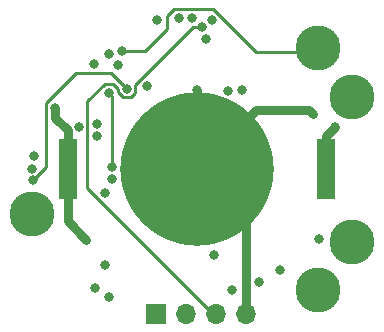
<source format=gbr>
%TF.GenerationSoftware,KiCad,Pcbnew,5.1.9-73d0e3b20d~88~ubuntu20.04.1*%
%TF.CreationDate,2021-06-28T21:50:03+02:00*%
%TF.ProjectId,watch,77617463-682e-46b6-9963-61645f706362,rev?*%
%TF.SameCoordinates,Original*%
%TF.FileFunction,Copper,L4,Bot*%
%TF.FilePolarity,Positive*%
%FSLAX46Y46*%
G04 Gerber Fmt 4.6, Leading zero omitted, Abs format (unit mm)*
G04 Created by KiCad (PCBNEW 5.1.9-73d0e3b20d~88~ubuntu20.04.1) date 2021-06-28 21:50:03*
%MOMM*%
%LPD*%
G01*
G04 APERTURE LIST*
%TA.AperFunction,ConnectorPad*%
%ADD10C,3.800000*%
%TD*%
%TA.AperFunction,ComponentPad*%
%ADD11C,2.600000*%
%TD*%
%TA.AperFunction,SMDPad,CuDef*%
%ADD12R,1.500000X5.100000*%
%TD*%
%TA.AperFunction,SMDPad,CuDef*%
%ADD13C,13.000000*%
%TD*%
%TA.AperFunction,ComponentPad*%
%ADD14O,1.700000X1.700000*%
%TD*%
%TA.AperFunction,ComponentPad*%
%ADD15R,1.700000X1.700000*%
%TD*%
%TA.AperFunction,ViaPad*%
%ADD16C,0.800000*%
%TD*%
%TA.AperFunction,Conductor*%
%ADD17C,0.750000*%
%TD*%
%TA.AperFunction,Conductor*%
%ADD18C,0.250000*%
%TD*%
G04 APERTURE END LIST*
D10*
%TO.P,SW1,1*%
%TO.N,Net-(SW1-Pad1)*%
X193500000Y-113250000D03*
D11*
X193500000Y-113250000D03*
%TD*%
D12*
%TO.P,BT1,P2*%
%TO.N,+3V0*%
X218450000Y-109500000D03*
%TO.P,BT1,P1*%
X196550000Y-109500000D03*
D13*
%TO.P,BT1,N1*%
%TO.N,GND*%
X207500000Y-109500000D03*
%TD*%
D14*
%TO.P,J1,4*%
%TO.N,GND*%
X211620000Y-121750000D03*
%TO.P,J1,3*%
%TO.N,RST_SBWTDIO*%
X209080000Y-121750000D03*
%TO.P,J1,2*%
%TO.N,TST_SBWTCK*%
X206540000Y-121750000D03*
D15*
%TO.P,J1,1*%
%TO.N,Net-(D1-Pad2)*%
X204000000Y-121750000D03*
%TD*%
D11*
%TO.P,SW5,1*%
%TO.N,Net-(SW5-Pad1)*%
X220640000Y-103380000D03*
D10*
X220640000Y-103380000D03*
%TD*%
D11*
%TO.P,SW4,1*%
%TO.N,Net-(SW4-Pad1)*%
X220640000Y-115620000D03*
D10*
X220640000Y-115620000D03*
%TD*%
D11*
%TO.P,SW3,1*%
%TO.N,Net-(SW3-Pad1)*%
X217750000Y-119750000D03*
D10*
X217750000Y-119750000D03*
%TD*%
D11*
%TO.P,SW2,1*%
%TO.N,Net-(SW2-Pad1)*%
X217750000Y-99250000D03*
D10*
X217750000Y-99250000D03*
%TD*%
D16*
%TO.N,+3V0*%
X198120000Y-115443000D03*
X219202000Y-105918000D03*
X195516500Y-104267000D03*
X208253490Y-98488501D03*
%TO.N,GND*%
X207518000Y-102806500D03*
X217297000Y-104775000D03*
X197507510Y-105933431D03*
%TO.N,Net-(DISP1-Pad8)*%
X200315990Y-110299593D03*
X211306403Y-102759674D03*
%TO.N,Net-(DISP1-Pad9)*%
X198882000Y-119570500D03*
X210132466Y-102906041D03*
%TO.N,Net-(DISP1-Pad4)*%
X199009000Y-106680000D03*
X208978500Y-116713000D03*
%TO.N,Net-(DISP1-Pad5)*%
X210502500Y-119697500D03*
X199685055Y-111491940D03*
%TO.N,Net-(DISP1-Pad11)*%
X200025001Y-120268999D03*
X203290000Y-102429491D03*
%TO.N,Net-(DISP1-Pad6)*%
X212725006Y-118999000D03*
X199009000Y-105664000D03*
%TO.N,Net-(DISP1-Pad12)*%
X193611947Y-110438105D03*
X201549002Y-102679499D03*
%TO.N,TST_SBWTCK*%
X207073500Y-96647000D03*
%TO.N,RST_SBWTDIO*%
X207948079Y-97415293D03*
%TO.N,I2C_SDA*%
X200315990Y-109299580D03*
X200787004Y-100647500D03*
X200025000Y-102997000D03*
%TO.N,I2C_SLC*%
X198780936Y-100609936D03*
X193573366Y-109438837D03*
%TO.N,Net-(R3-Pad2)*%
X199705281Y-117596959D03*
X193738500Y-108331000D03*
%TO.N,Net-(SW1-Pad1)*%
X200025000Y-99695000D03*
%TO.N,Net-(SW2-Pad1)*%
X201168000Y-99475010D03*
%TO.N,Net-(SW3-Pad1)*%
X214572457Y-117998293D03*
X205994000Y-96647000D03*
%TO.N,Net-(SW4-Pad1)*%
X217868500Y-115379500D03*
X208752830Y-96821660D03*
%TO.N,Net-(SW5-Pad1)*%
X204152500Y-96837500D03*
%TD*%
D17*
%TO.N,+3V0*%
X196550000Y-113873000D02*
X198120000Y-115443000D01*
X196550000Y-109500000D02*
X196550000Y-113873000D01*
X218450000Y-106670000D02*
X219202000Y-105918000D01*
X218450000Y-109500000D02*
X218450000Y-106670000D01*
X195516500Y-105166500D02*
X195516500Y-104267000D01*
X196550000Y-109500000D02*
X196550000Y-106200000D01*
X196550000Y-106200000D02*
X195516500Y-105166500D01*
%TO.N,GND*%
X207518000Y-109482000D02*
X207518000Y-102806500D01*
D18*
X207500000Y-109500000D02*
X207518000Y-109482000D01*
D17*
X211620000Y-113620000D02*
X207500000Y-109500000D01*
X211620000Y-121750000D02*
X211620000Y-113620000D01*
X217022001Y-104500001D02*
X217297000Y-104775000D01*
X212499999Y-104500001D02*
X217022001Y-104500001D01*
X207500000Y-109500000D02*
X212499999Y-104500001D01*
D18*
%TO.N,Net-(DISP1-Pad12)*%
X194754500Y-103886000D02*
X197294500Y-101346000D01*
X194754500Y-109295552D02*
X194754500Y-103886000D01*
X193611947Y-110438105D02*
X194754500Y-109295552D01*
X197294500Y-101346000D02*
X200215503Y-101346000D01*
X200215503Y-101346000D02*
X201549002Y-102679499D01*
%TO.N,RST_SBWTDIO*%
X198232511Y-111112398D02*
X208870113Y-121750000D01*
X200787000Y-102685998D02*
X200373001Y-102271999D01*
X208870113Y-121750000D02*
X209080000Y-121750000D01*
X200787000Y-102990499D02*
X200787000Y-102685998D01*
X200373001Y-102271999D02*
X199676999Y-102271999D01*
X201201001Y-103404500D02*
X200787000Y-102990499D01*
X201897003Y-103404500D02*
X201201001Y-103404500D01*
X198232511Y-103716487D02*
X198232511Y-111112398D01*
X202274003Y-103027500D02*
X201897003Y-103404500D01*
X199676999Y-102271999D02*
X198232511Y-103716487D01*
X202274003Y-102331498D02*
X202274003Y-103027500D01*
X207190208Y-97415293D02*
X202274003Y-102331498D01*
X207948079Y-97415293D02*
X207190208Y-97415293D01*
%TO.N,I2C_SDA*%
X200315990Y-103287990D02*
X200025000Y-102997000D01*
X200315990Y-109299580D02*
X200315990Y-103287990D01*
%TO.N,Net-(SW2-Pad1)*%
X212502646Y-99536146D02*
X217547064Y-99536146D01*
X208876966Y-95910466D02*
X212502646Y-99536146D01*
X205549500Y-95910466D02*
X208876966Y-95910466D01*
X204978000Y-96481966D02*
X205549500Y-95910466D01*
X204978000Y-97599500D02*
X204978000Y-96481966D01*
X203102490Y-99475010D02*
X204978000Y-97599500D01*
X201168000Y-99475010D02*
X203102490Y-99475010D01*
%TD*%
M02*

</source>
